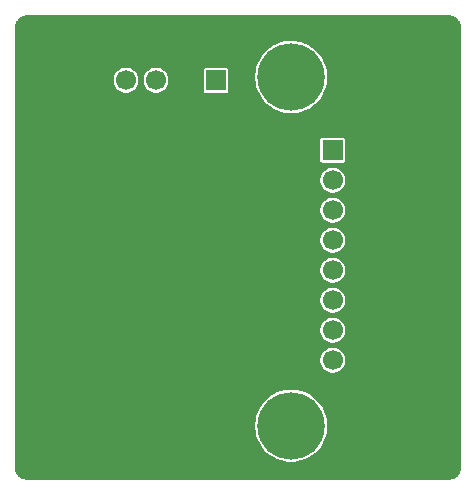
<source format=gbr>
%TF.GenerationSoftware,KiCad,Pcbnew,9.0.6*%
%TF.CreationDate,2026-01-27T05:52:47-03:00*%
%TF.ProjectId,evasion_sensor,65766173-696f-46e5-9f73-656e736f722e,rev?*%
%TF.SameCoordinates,Original*%
%TF.FileFunction,Copper,L2,Bot*%
%TF.FilePolarity,Positive*%
%FSLAX46Y46*%
G04 Gerber Fmt 4.6, Leading zero omitted, Abs format (unit mm)*
G04 Created by KiCad (PCBNEW 9.0.6) date 2026-01-27 05:52:47*
%MOMM*%
%LPD*%
G01*
G04 APERTURE LIST*
%TA.AperFunction,ComponentPad*%
%ADD10R,1.700000X1.700000*%
%TD*%
%TA.AperFunction,ComponentPad*%
%ADD11C,1.700000*%
%TD*%
%TA.AperFunction,ComponentPad*%
%ADD12C,5.700000*%
%TD*%
%TA.AperFunction,ViaPad*%
%ADD13C,0.600000*%
%TD*%
G04 APERTURE END LIST*
D10*
%TO.P,J1,1,Pin_1*%
%TO.N,SCL3*%
X203130000Y-64740000D03*
D11*
%TO.P,J1,2,Pin_2*%
%TO.N,SDA3*%
X203130000Y-67280000D03*
%TO.P,J1,3,Pin_3*%
%TO.N,SCL2*%
X203130000Y-69820000D03*
%TO.P,J1,4,Pin_4*%
%TO.N,SDA2*%
X203130000Y-72360000D03*
%TO.P,J1,5,Pin_5*%
%TO.N,SCL1*%
X203130000Y-74900000D03*
%TO.P,J1,6,Pin_6*%
%TO.N,SDA1*%
X203130000Y-77440000D03*
%TO.P,J1,7,Pin_7*%
%TO.N,SCL0*%
X203130000Y-79980000D03*
%TO.P,J1,8,Pin_8*%
%TO.N,SDA0*%
X203130000Y-82520000D03*
%TD*%
D10*
%TO.P,J2,1,Pin_1*%
%TO.N,+3.3V*%
X193250000Y-58830000D03*
D11*
%TO.P,J2,2,Pin_2*%
%TO.N,GND*%
X190710000Y-58830000D03*
%TO.P,J2,3,Pin_3*%
%TO.N,SCL*%
X188170000Y-58830000D03*
%TO.P,J2,4,Pin_4*%
%TO.N,SDA*%
X185630000Y-58830000D03*
%TD*%
D12*
%TO.P,H1,1*%
%TO.N,N/C*%
X199610000Y-58550000D03*
%TD*%
%TO.P,H2,1*%
%TO.N,N/C*%
X199610000Y-88080000D03*
%TD*%
D13*
%TO.N,GND*%
X187600000Y-86610000D03*
X184900000Y-68040000D03*
X191260000Y-86610000D03*
X194535000Y-69065000D03*
X194750000Y-86610000D03*
X195320000Y-77840000D03*
%TD*%
%TA.AperFunction,Conductor*%
%TO.N,GND*%
G36*
X213005394Y-53320972D02*
G01*
X213012947Y-53321632D01*
X213151564Y-53333760D01*
X213164907Y-53335665D01*
X213194247Y-53341501D01*
X213202109Y-53343334D01*
X213326922Y-53376777D01*
X213342275Y-53381989D01*
X213359224Y-53389009D01*
X213364134Y-53391169D01*
X213489918Y-53449823D01*
X213508633Y-53460629D01*
X213633582Y-53548119D01*
X213650140Y-53562013D01*
X213757986Y-53669859D01*
X213771880Y-53686417D01*
X213859370Y-53811366D01*
X213870177Y-53830084D01*
X213928809Y-53955819D01*
X213930989Y-53960774D01*
X213938009Y-53977723D01*
X213943222Y-53993080D01*
X213976659Y-54117869D01*
X213978501Y-54125769D01*
X213984330Y-54155071D01*
X213986241Y-54168456D01*
X213999028Y-54314605D01*
X213999500Y-54325413D01*
X213999500Y-91634586D01*
X213999028Y-91645394D01*
X213986241Y-91791542D01*
X213984330Y-91804927D01*
X213978501Y-91834229D01*
X213976659Y-91842129D01*
X213943222Y-91966918D01*
X213938009Y-91982275D01*
X213930989Y-91999224D01*
X213928809Y-92004179D01*
X213870177Y-92129915D01*
X213859370Y-92148633D01*
X213771880Y-92273582D01*
X213757986Y-92290140D01*
X213650140Y-92397986D01*
X213633582Y-92411880D01*
X213508633Y-92499370D01*
X213489915Y-92510177D01*
X213364179Y-92568809D01*
X213359224Y-92570989D01*
X213342275Y-92578009D01*
X213326918Y-92583222D01*
X213202129Y-92616659D01*
X213194229Y-92618501D01*
X213164927Y-92624330D01*
X213151542Y-92626241D01*
X213005395Y-92639028D01*
X212994587Y-92639500D01*
X177225413Y-92639500D01*
X177214605Y-92639028D01*
X177068456Y-92626241D01*
X177055071Y-92624330D01*
X177025769Y-92618501D01*
X177017869Y-92616659D01*
X176893080Y-92583222D01*
X176877723Y-92578009D01*
X176860774Y-92570989D01*
X176855819Y-92568809D01*
X176730084Y-92510177D01*
X176711366Y-92499370D01*
X176586417Y-92411880D01*
X176569859Y-92397986D01*
X176462013Y-92290140D01*
X176448119Y-92273582D01*
X176360629Y-92148633D01*
X176349822Y-92129916D01*
X176319292Y-92064445D01*
X176291169Y-92004134D01*
X176289009Y-91999224D01*
X176281989Y-91982275D01*
X176276776Y-91966918D01*
X176258829Y-91899938D01*
X176243334Y-91842109D01*
X176241501Y-91834247D01*
X176235665Y-91804907D01*
X176233760Y-91791564D01*
X176220972Y-91645394D01*
X176220500Y-91634588D01*
X176220500Y-87908681D01*
X196559500Y-87908681D01*
X196559500Y-88251318D01*
X196597858Y-88591768D01*
X196597861Y-88591782D01*
X196674102Y-88925816D01*
X196674103Y-88925818D01*
X196787264Y-89249216D01*
X196935922Y-89557907D01*
X196935924Y-89557910D01*
X197118211Y-89848018D01*
X197331834Y-90115893D01*
X197574107Y-90358166D01*
X197841982Y-90571789D01*
X198132090Y-90754076D01*
X198440785Y-90902736D01*
X198764183Y-91015897D01*
X199098217Y-91092139D01*
X199098226Y-91092140D01*
X199098231Y-91092141D01*
X199325197Y-91117713D01*
X199438682Y-91130499D01*
X199438685Y-91130500D01*
X199438688Y-91130500D01*
X199781315Y-91130500D01*
X199781316Y-91130499D01*
X199955311Y-91110895D01*
X200121768Y-91092141D01*
X200121771Y-91092140D01*
X200121783Y-91092139D01*
X200455817Y-91015897D01*
X200779215Y-90902736D01*
X201087910Y-90754076D01*
X201378018Y-90571789D01*
X201645893Y-90358166D01*
X201888166Y-90115893D01*
X202101789Y-89848018D01*
X202284076Y-89557910D01*
X202432736Y-89249215D01*
X202545897Y-88925817D01*
X202622139Y-88591783D01*
X202660500Y-88251312D01*
X202660500Y-87908688D01*
X202622139Y-87568217D01*
X202545897Y-87234183D01*
X202432736Y-86910785D01*
X202284076Y-86602090D01*
X202101789Y-86311982D01*
X201888166Y-86044107D01*
X201645893Y-85801834D01*
X201378018Y-85588211D01*
X201087910Y-85405924D01*
X201087907Y-85405922D01*
X200779216Y-85257264D01*
X200455818Y-85144103D01*
X200455816Y-85144102D01*
X200198024Y-85085262D01*
X200121783Y-85067861D01*
X200121780Y-85067860D01*
X200121768Y-85067858D01*
X199781318Y-85029500D01*
X199781312Y-85029500D01*
X199438688Y-85029500D01*
X199438681Y-85029500D01*
X199098231Y-85067858D01*
X199098217Y-85067861D01*
X198764183Y-85144102D01*
X198764181Y-85144103D01*
X198440783Y-85257264D01*
X198132092Y-85405922D01*
X197841983Y-85588210D01*
X197574107Y-85801833D01*
X197331833Y-86044107D01*
X197118210Y-86311983D01*
X196935922Y-86602092D01*
X196787264Y-86910783D01*
X196674103Y-87234181D01*
X196674102Y-87234183D01*
X196597861Y-87568217D01*
X196597858Y-87568231D01*
X196559500Y-87908681D01*
X176220500Y-87908681D01*
X176220500Y-82416530D01*
X202079500Y-82416530D01*
X202079500Y-82623469D01*
X202119868Y-82826412D01*
X202119870Y-82826420D01*
X202199058Y-83017596D01*
X202314024Y-83189657D01*
X202460342Y-83335975D01*
X202460345Y-83335977D01*
X202632402Y-83450941D01*
X202823580Y-83530130D01*
X203026530Y-83570499D01*
X203026534Y-83570500D01*
X203026535Y-83570500D01*
X203233466Y-83570500D01*
X203233467Y-83570499D01*
X203436420Y-83530130D01*
X203627598Y-83450941D01*
X203799655Y-83335977D01*
X203945977Y-83189655D01*
X204060941Y-83017598D01*
X204140130Y-82826420D01*
X204180500Y-82623465D01*
X204180500Y-82416535D01*
X204140130Y-82213580D01*
X204060941Y-82022402D01*
X203945977Y-81850345D01*
X203945975Y-81850342D01*
X203799657Y-81704024D01*
X203713626Y-81646541D01*
X203627598Y-81589059D01*
X203436420Y-81509870D01*
X203436412Y-81509868D01*
X203233469Y-81469500D01*
X203233465Y-81469500D01*
X203026535Y-81469500D01*
X203026530Y-81469500D01*
X202823587Y-81509868D01*
X202823579Y-81509870D01*
X202632403Y-81589058D01*
X202460342Y-81704024D01*
X202314024Y-81850342D01*
X202199058Y-82022403D01*
X202119870Y-82213579D01*
X202119868Y-82213587D01*
X202079500Y-82416530D01*
X176220500Y-82416530D01*
X176220500Y-79876530D01*
X202079500Y-79876530D01*
X202079500Y-80083469D01*
X202119868Y-80286412D01*
X202119870Y-80286420D01*
X202199058Y-80477596D01*
X202314024Y-80649657D01*
X202460342Y-80795975D01*
X202460345Y-80795977D01*
X202632402Y-80910941D01*
X202823580Y-80990130D01*
X203026530Y-81030499D01*
X203026534Y-81030500D01*
X203026535Y-81030500D01*
X203233466Y-81030500D01*
X203233467Y-81030499D01*
X203436420Y-80990130D01*
X203627598Y-80910941D01*
X203799655Y-80795977D01*
X203945977Y-80649655D01*
X204060941Y-80477598D01*
X204140130Y-80286420D01*
X204180500Y-80083465D01*
X204180500Y-79876535D01*
X204140130Y-79673580D01*
X204060941Y-79482402D01*
X203945977Y-79310345D01*
X203945975Y-79310342D01*
X203799657Y-79164024D01*
X203713626Y-79106541D01*
X203627598Y-79049059D01*
X203436420Y-78969870D01*
X203436412Y-78969868D01*
X203233469Y-78929500D01*
X203233465Y-78929500D01*
X203026535Y-78929500D01*
X203026530Y-78929500D01*
X202823587Y-78969868D01*
X202823579Y-78969870D01*
X202632403Y-79049058D01*
X202460342Y-79164024D01*
X202314024Y-79310342D01*
X202199058Y-79482403D01*
X202119870Y-79673579D01*
X202119868Y-79673587D01*
X202079500Y-79876530D01*
X176220500Y-79876530D01*
X176220500Y-77336530D01*
X202079500Y-77336530D01*
X202079500Y-77543469D01*
X202119868Y-77746412D01*
X202119870Y-77746420D01*
X202199058Y-77937596D01*
X202314024Y-78109657D01*
X202460342Y-78255975D01*
X202460345Y-78255977D01*
X202632402Y-78370941D01*
X202823580Y-78450130D01*
X203026530Y-78490499D01*
X203026534Y-78490500D01*
X203026535Y-78490500D01*
X203233466Y-78490500D01*
X203233467Y-78490499D01*
X203436420Y-78450130D01*
X203627598Y-78370941D01*
X203799655Y-78255977D01*
X203945977Y-78109655D01*
X204060941Y-77937598D01*
X204140130Y-77746420D01*
X204180500Y-77543465D01*
X204180500Y-77336535D01*
X204140130Y-77133580D01*
X204060941Y-76942402D01*
X203945977Y-76770345D01*
X203945975Y-76770342D01*
X203799657Y-76624024D01*
X203713626Y-76566541D01*
X203627598Y-76509059D01*
X203436420Y-76429870D01*
X203436412Y-76429868D01*
X203233469Y-76389500D01*
X203233465Y-76389500D01*
X203026535Y-76389500D01*
X203026530Y-76389500D01*
X202823587Y-76429868D01*
X202823579Y-76429870D01*
X202632403Y-76509058D01*
X202460342Y-76624024D01*
X202314024Y-76770342D01*
X202199058Y-76942403D01*
X202119870Y-77133579D01*
X202119868Y-77133587D01*
X202079500Y-77336530D01*
X176220500Y-77336530D01*
X176220500Y-74796530D01*
X202079500Y-74796530D01*
X202079500Y-75003469D01*
X202119868Y-75206412D01*
X202119870Y-75206420D01*
X202199058Y-75397596D01*
X202314024Y-75569657D01*
X202460342Y-75715975D01*
X202460345Y-75715977D01*
X202632402Y-75830941D01*
X202823580Y-75910130D01*
X203026530Y-75950499D01*
X203026534Y-75950500D01*
X203026535Y-75950500D01*
X203233466Y-75950500D01*
X203233467Y-75950499D01*
X203436420Y-75910130D01*
X203627598Y-75830941D01*
X203799655Y-75715977D01*
X203945977Y-75569655D01*
X204060941Y-75397598D01*
X204140130Y-75206420D01*
X204180500Y-75003465D01*
X204180500Y-74796535D01*
X204140130Y-74593580D01*
X204060941Y-74402402D01*
X203945977Y-74230345D01*
X203945975Y-74230342D01*
X203799657Y-74084024D01*
X203713626Y-74026541D01*
X203627598Y-73969059D01*
X203436420Y-73889870D01*
X203436412Y-73889868D01*
X203233469Y-73849500D01*
X203233465Y-73849500D01*
X203026535Y-73849500D01*
X203026530Y-73849500D01*
X202823587Y-73889868D01*
X202823579Y-73889870D01*
X202632403Y-73969058D01*
X202460342Y-74084024D01*
X202314024Y-74230342D01*
X202199058Y-74402403D01*
X202119870Y-74593579D01*
X202119868Y-74593587D01*
X202079500Y-74796530D01*
X176220500Y-74796530D01*
X176220500Y-72256530D01*
X202079500Y-72256530D01*
X202079500Y-72463469D01*
X202119868Y-72666412D01*
X202119870Y-72666420D01*
X202199058Y-72857596D01*
X202314024Y-73029657D01*
X202460342Y-73175975D01*
X202460345Y-73175977D01*
X202632402Y-73290941D01*
X202823580Y-73370130D01*
X203026530Y-73410499D01*
X203026534Y-73410500D01*
X203026535Y-73410500D01*
X203233466Y-73410500D01*
X203233467Y-73410499D01*
X203436420Y-73370130D01*
X203627598Y-73290941D01*
X203799655Y-73175977D01*
X203945977Y-73029655D01*
X204060941Y-72857598D01*
X204140130Y-72666420D01*
X204180500Y-72463465D01*
X204180500Y-72256535D01*
X204140130Y-72053580D01*
X204060941Y-71862402D01*
X203945977Y-71690345D01*
X203945975Y-71690342D01*
X203799657Y-71544024D01*
X203713626Y-71486541D01*
X203627598Y-71429059D01*
X203436420Y-71349870D01*
X203436412Y-71349868D01*
X203233469Y-71309500D01*
X203233465Y-71309500D01*
X203026535Y-71309500D01*
X203026530Y-71309500D01*
X202823587Y-71349868D01*
X202823579Y-71349870D01*
X202632403Y-71429058D01*
X202460342Y-71544024D01*
X202314024Y-71690342D01*
X202199058Y-71862403D01*
X202119870Y-72053579D01*
X202119868Y-72053587D01*
X202079500Y-72256530D01*
X176220500Y-72256530D01*
X176220500Y-69716530D01*
X202079500Y-69716530D01*
X202079500Y-69923469D01*
X202119868Y-70126412D01*
X202119870Y-70126420D01*
X202199058Y-70317596D01*
X202314024Y-70489657D01*
X202460342Y-70635975D01*
X202460345Y-70635977D01*
X202632402Y-70750941D01*
X202823580Y-70830130D01*
X203026530Y-70870499D01*
X203026534Y-70870500D01*
X203026535Y-70870500D01*
X203233466Y-70870500D01*
X203233467Y-70870499D01*
X203436420Y-70830130D01*
X203627598Y-70750941D01*
X203799655Y-70635977D01*
X203945977Y-70489655D01*
X204060941Y-70317598D01*
X204140130Y-70126420D01*
X204180500Y-69923465D01*
X204180500Y-69716535D01*
X204140130Y-69513580D01*
X204060941Y-69322402D01*
X203945977Y-69150345D01*
X203945975Y-69150342D01*
X203799657Y-69004024D01*
X203713626Y-68946541D01*
X203627598Y-68889059D01*
X203436420Y-68809870D01*
X203436412Y-68809868D01*
X203233469Y-68769500D01*
X203233465Y-68769500D01*
X203026535Y-68769500D01*
X203026530Y-68769500D01*
X202823587Y-68809868D01*
X202823579Y-68809870D01*
X202632403Y-68889058D01*
X202460342Y-69004024D01*
X202314024Y-69150342D01*
X202199058Y-69322403D01*
X202119870Y-69513579D01*
X202119868Y-69513587D01*
X202079500Y-69716530D01*
X176220500Y-69716530D01*
X176220500Y-67176530D01*
X202079500Y-67176530D01*
X202079500Y-67383469D01*
X202119868Y-67586412D01*
X202119870Y-67586420D01*
X202199058Y-67777596D01*
X202314024Y-67949657D01*
X202460342Y-68095975D01*
X202460345Y-68095977D01*
X202632402Y-68210941D01*
X202823580Y-68290130D01*
X203026530Y-68330499D01*
X203026534Y-68330500D01*
X203026535Y-68330500D01*
X203233466Y-68330500D01*
X203233467Y-68330499D01*
X203436420Y-68290130D01*
X203627598Y-68210941D01*
X203799655Y-68095977D01*
X203945977Y-67949655D01*
X204060941Y-67777598D01*
X204140130Y-67586420D01*
X204180500Y-67383465D01*
X204180500Y-67176535D01*
X204140130Y-66973580D01*
X204060941Y-66782402D01*
X203945977Y-66610345D01*
X203945975Y-66610342D01*
X203799657Y-66464024D01*
X203713626Y-66406541D01*
X203627598Y-66349059D01*
X203436420Y-66269870D01*
X203436412Y-66269868D01*
X203233469Y-66229500D01*
X203233465Y-66229500D01*
X203026535Y-66229500D01*
X203026530Y-66229500D01*
X202823587Y-66269868D01*
X202823579Y-66269870D01*
X202632403Y-66349058D01*
X202460342Y-66464024D01*
X202314024Y-66610342D01*
X202199058Y-66782403D01*
X202119870Y-66973579D01*
X202119868Y-66973587D01*
X202079500Y-67176530D01*
X176220500Y-67176530D01*
X176220500Y-63870247D01*
X202079500Y-63870247D01*
X202079500Y-65609752D01*
X202091131Y-65668229D01*
X202091132Y-65668230D01*
X202135447Y-65734552D01*
X202201769Y-65778867D01*
X202201770Y-65778868D01*
X202260247Y-65790499D01*
X202260250Y-65790500D01*
X202260252Y-65790500D01*
X203999750Y-65790500D01*
X203999751Y-65790499D01*
X204014568Y-65787552D01*
X204058229Y-65778868D01*
X204058229Y-65778867D01*
X204058231Y-65778867D01*
X204124552Y-65734552D01*
X204168867Y-65668231D01*
X204168867Y-65668229D01*
X204168868Y-65668229D01*
X204180499Y-65609752D01*
X204180500Y-65609750D01*
X204180500Y-63870249D01*
X204180499Y-63870247D01*
X204168868Y-63811770D01*
X204168867Y-63811769D01*
X204124552Y-63745447D01*
X204058230Y-63701132D01*
X204058229Y-63701131D01*
X203999752Y-63689500D01*
X203999748Y-63689500D01*
X202260252Y-63689500D01*
X202260247Y-63689500D01*
X202201770Y-63701131D01*
X202201769Y-63701132D01*
X202135447Y-63745447D01*
X202091132Y-63811769D01*
X202091131Y-63811770D01*
X202079500Y-63870247D01*
X176220500Y-63870247D01*
X176220500Y-58726530D01*
X184579500Y-58726530D01*
X184579500Y-58933469D01*
X184619868Y-59136412D01*
X184619870Y-59136420D01*
X184699059Y-59327598D01*
X184744641Y-59395817D01*
X184814024Y-59499657D01*
X184960342Y-59645975D01*
X184960345Y-59645977D01*
X185132402Y-59760941D01*
X185323580Y-59840130D01*
X185468052Y-59868867D01*
X185526530Y-59880499D01*
X185526534Y-59880500D01*
X185526535Y-59880500D01*
X185733466Y-59880500D01*
X185733467Y-59880499D01*
X185936420Y-59840130D01*
X186127598Y-59760941D01*
X186299655Y-59645977D01*
X186445977Y-59499655D01*
X186560941Y-59327598D01*
X186640130Y-59136420D01*
X186680500Y-58933465D01*
X186680500Y-58726535D01*
X186680499Y-58726530D01*
X187119500Y-58726530D01*
X187119500Y-58933469D01*
X187159868Y-59136412D01*
X187159870Y-59136420D01*
X187239059Y-59327598D01*
X187284641Y-59395817D01*
X187354024Y-59499657D01*
X187500342Y-59645975D01*
X187500345Y-59645977D01*
X187672402Y-59760941D01*
X187863580Y-59840130D01*
X188008052Y-59868867D01*
X188066530Y-59880499D01*
X188066534Y-59880500D01*
X188066535Y-59880500D01*
X188273466Y-59880500D01*
X188273467Y-59880499D01*
X188476420Y-59840130D01*
X188667598Y-59760941D01*
X188839655Y-59645977D01*
X188985977Y-59499655D01*
X189100941Y-59327598D01*
X189180130Y-59136420D01*
X189220500Y-58933465D01*
X189220500Y-58726535D01*
X189180130Y-58523580D01*
X189100941Y-58332402D01*
X188985977Y-58160345D01*
X188985975Y-58160342D01*
X188839657Y-58014024D01*
X188759173Y-57960247D01*
X192199500Y-57960247D01*
X192199500Y-59699752D01*
X192211131Y-59758229D01*
X192211132Y-59758230D01*
X192255447Y-59824552D01*
X192321769Y-59868867D01*
X192321770Y-59868868D01*
X192380247Y-59880499D01*
X192380250Y-59880500D01*
X192380252Y-59880500D01*
X194119750Y-59880500D01*
X194119751Y-59880499D01*
X194134568Y-59877552D01*
X194178229Y-59868868D01*
X194178229Y-59868867D01*
X194178231Y-59868867D01*
X194244552Y-59824552D01*
X194288867Y-59758231D01*
X194288867Y-59758229D01*
X194288868Y-59758229D01*
X194300499Y-59699752D01*
X194300500Y-59699750D01*
X194300500Y-58378681D01*
X196559500Y-58378681D01*
X196559500Y-58721318D01*
X196597858Y-59061768D01*
X196597861Y-59061782D01*
X196674102Y-59395816D01*
X196674103Y-59395818D01*
X196787264Y-59719216D01*
X196935922Y-60027907D01*
X196935924Y-60027910D01*
X197118211Y-60318018D01*
X197331834Y-60585893D01*
X197574107Y-60828166D01*
X197841982Y-61041789D01*
X198132090Y-61224076D01*
X198440785Y-61372736D01*
X198764183Y-61485897D01*
X199098217Y-61562139D01*
X199098226Y-61562140D01*
X199098231Y-61562141D01*
X199325197Y-61587713D01*
X199438682Y-61600499D01*
X199438685Y-61600500D01*
X199438688Y-61600500D01*
X199781315Y-61600500D01*
X199781316Y-61600499D01*
X199955311Y-61580895D01*
X200121768Y-61562141D01*
X200121771Y-61562140D01*
X200121783Y-61562139D01*
X200455817Y-61485897D01*
X200779215Y-61372736D01*
X201087910Y-61224076D01*
X201378018Y-61041789D01*
X201645893Y-60828166D01*
X201888166Y-60585893D01*
X202101789Y-60318018D01*
X202284076Y-60027910D01*
X202432736Y-59719215D01*
X202545897Y-59395817D01*
X202622139Y-59061783D01*
X202660500Y-58721312D01*
X202660500Y-58378688D01*
X202622139Y-58038217D01*
X202545897Y-57704183D01*
X202432736Y-57380785D01*
X202284076Y-57072090D01*
X202101789Y-56781982D01*
X201888166Y-56514107D01*
X201645893Y-56271834D01*
X201378018Y-56058211D01*
X201087910Y-55875924D01*
X201087907Y-55875922D01*
X200779216Y-55727264D01*
X200455818Y-55614103D01*
X200455816Y-55614102D01*
X200198024Y-55555262D01*
X200121783Y-55537861D01*
X200121780Y-55537860D01*
X200121768Y-55537858D01*
X199781318Y-55499500D01*
X199781312Y-55499500D01*
X199438688Y-55499500D01*
X199438681Y-55499500D01*
X199098231Y-55537858D01*
X199098217Y-55537861D01*
X198764183Y-55614102D01*
X198764181Y-55614103D01*
X198440783Y-55727264D01*
X198132092Y-55875922D01*
X197841983Y-56058210D01*
X197574107Y-56271833D01*
X197331833Y-56514107D01*
X197118210Y-56781983D01*
X196935922Y-57072092D01*
X196787264Y-57380783D01*
X196674103Y-57704181D01*
X196674102Y-57704183D01*
X196597861Y-58038217D01*
X196597858Y-58038231D01*
X196559500Y-58378681D01*
X194300500Y-58378681D01*
X194300500Y-57960249D01*
X194300499Y-57960247D01*
X194288868Y-57901770D01*
X194288867Y-57901769D01*
X194244552Y-57835447D01*
X194178230Y-57791132D01*
X194178229Y-57791131D01*
X194119752Y-57779500D01*
X194119748Y-57779500D01*
X192380252Y-57779500D01*
X192380247Y-57779500D01*
X192321770Y-57791131D01*
X192321769Y-57791132D01*
X192255447Y-57835447D01*
X192211132Y-57901769D01*
X192211131Y-57901770D01*
X192199500Y-57960247D01*
X188759173Y-57960247D01*
X188671655Y-57901770D01*
X188667598Y-57899059D01*
X188476420Y-57819870D01*
X188476412Y-57819868D01*
X188273469Y-57779500D01*
X188273465Y-57779500D01*
X188066535Y-57779500D01*
X188066530Y-57779500D01*
X187863587Y-57819868D01*
X187863579Y-57819870D01*
X187672403Y-57899058D01*
X187500342Y-58014024D01*
X187354024Y-58160342D01*
X187239058Y-58332403D01*
X187159870Y-58523579D01*
X187159868Y-58523587D01*
X187119500Y-58726530D01*
X186680499Y-58726530D01*
X186640130Y-58523580D01*
X186560941Y-58332402D01*
X186445977Y-58160345D01*
X186445975Y-58160342D01*
X186299657Y-58014024D01*
X186131655Y-57901770D01*
X186127598Y-57899059D01*
X185936420Y-57819870D01*
X185936412Y-57819868D01*
X185733469Y-57779500D01*
X185733465Y-57779500D01*
X185526535Y-57779500D01*
X185526530Y-57779500D01*
X185323587Y-57819868D01*
X185323579Y-57819870D01*
X185132403Y-57899058D01*
X184960342Y-58014024D01*
X184814024Y-58160342D01*
X184699058Y-58332403D01*
X184619870Y-58523579D01*
X184619868Y-58523587D01*
X184579500Y-58726530D01*
X176220500Y-58726530D01*
X176220500Y-54325411D01*
X176220972Y-54314605D01*
X176233760Y-54168430D01*
X176235664Y-54155097D01*
X176241503Y-54125739D01*
X176243330Y-54117903D01*
X176276779Y-53993068D01*
X176281990Y-53977721D01*
X176289010Y-53960773D01*
X176291161Y-53955881D01*
X176349825Y-53830076D01*
X176360629Y-53811366D01*
X176448119Y-53686417D01*
X176462007Y-53669865D01*
X176569865Y-53562007D01*
X176586417Y-53548119D01*
X176711366Y-53460629D01*
X176730076Y-53449825D01*
X176855881Y-53391161D01*
X176860773Y-53389010D01*
X176860776Y-53389009D01*
X176877721Y-53381990D01*
X176893068Y-53376779D01*
X177017903Y-53343330D01*
X177025739Y-53341503D01*
X177055097Y-53335664D01*
X177068430Y-53333760D01*
X177207871Y-53321561D01*
X177214606Y-53320972D01*
X177225412Y-53320500D01*
X212994588Y-53320500D01*
X213005394Y-53320972D01*
G37*
%TD.AperFunction*%
%TD*%
M02*

</source>
